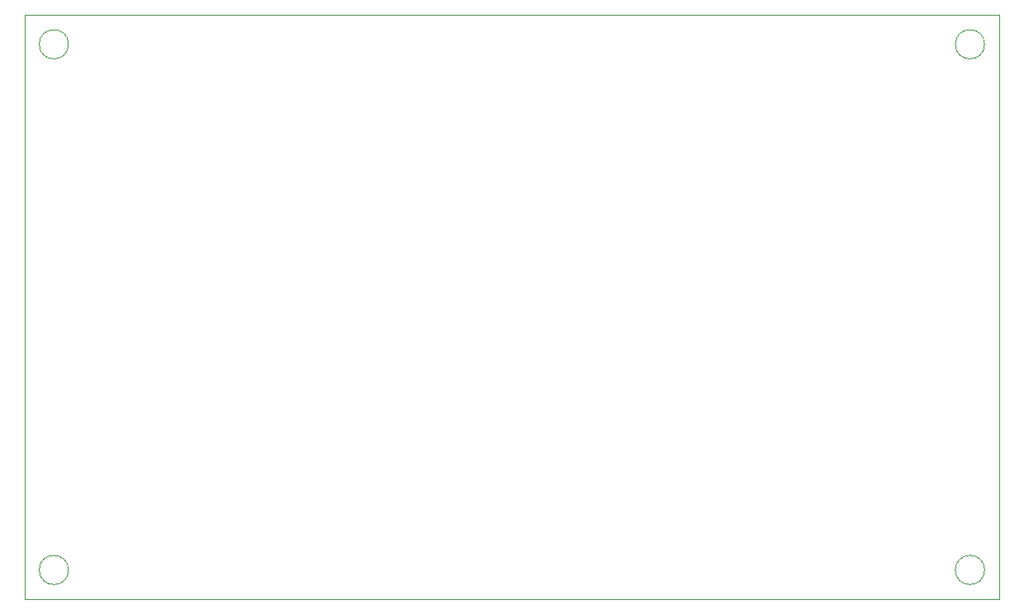
<source format=gbr>
%TF.GenerationSoftware,KiCad,Pcbnew,8.0.8-8.0.8-0~ubuntu22.04.1*%
%TF.CreationDate,2025-01-31T00:32:12-05:00*%
%TF.ProjectId,Electronics,456c6563-7472-46f6-9e69-63732e6b6963,rev?*%
%TF.SameCoordinates,Original*%
%TF.FileFunction,Profile,NP*%
%FSLAX46Y46*%
G04 Gerber Fmt 4.6, Leading zero omitted, Abs format (unit mm)*
G04 Created by KiCad (PCBNEW 8.0.8-8.0.8-0~ubuntu22.04.1) date 2025-01-31 00:32:12*
%MOMM*%
%LPD*%
G01*
G04 APERTURE LIST*
%TA.AperFunction,Profile*%
%ADD10C,0.050000*%
%TD*%
G04 APERTURE END LIST*
D10*
X104500000Y-127000000D02*
G75*
G02*
X101500000Y-127000000I-1500000J0D01*
G01*
X101500000Y-127000000D02*
G75*
G02*
X104500000Y-127000000I1500000J0D01*
G01*
X198500000Y-73000000D02*
G75*
G02*
X195500000Y-73000000I-1500000J0D01*
G01*
X195500000Y-73000000D02*
G75*
G02*
X198500000Y-73000000I1500000J0D01*
G01*
X100000000Y-70000000D02*
X200000000Y-70000000D01*
X200000000Y-130000000D01*
X100000000Y-130000000D01*
X100000000Y-70000000D01*
X104500000Y-73000000D02*
G75*
G02*
X101500000Y-73000000I-1500000J0D01*
G01*
X101500000Y-73000000D02*
G75*
G02*
X104500000Y-73000000I1500000J0D01*
G01*
X198500000Y-127000000D02*
G75*
G02*
X195500000Y-127000000I-1500000J0D01*
G01*
X195500000Y-127000000D02*
G75*
G02*
X198500000Y-127000000I1500000J0D01*
G01*
M02*

</source>
